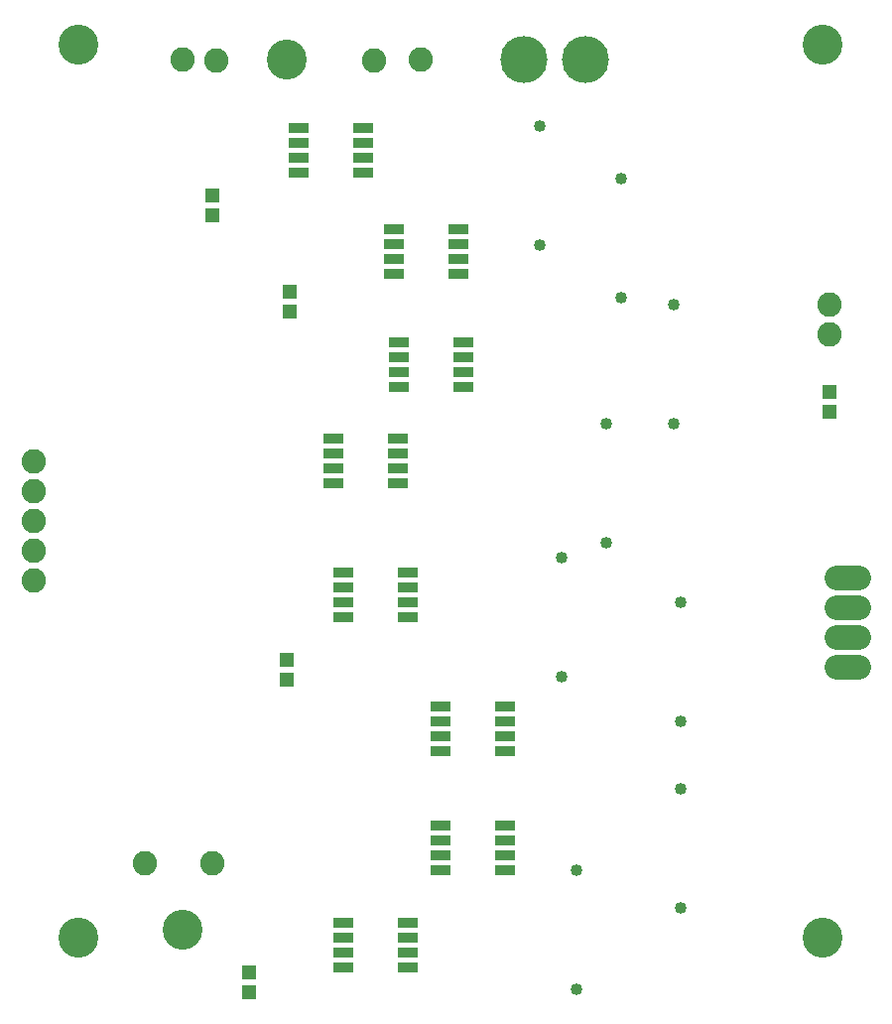
<source format=gts>
G75*
%MOIN*%
%OFA0B0*%
%FSLAX24Y24*%
%IPPOS*%
%LPD*%
%AMOC8*
5,1,8,0,0,1.08239X$1,22.5*
%
%ADD10C,0.1340*%
%ADD11R,0.0680X0.0320*%
%ADD12C,0.0820*%
%ADD13R,0.0474X0.0513*%
%ADD14C,0.0820*%
%ADD15C,0.1580*%
%ADD16C,0.0400*%
D10*
X005900Y004900D03*
X009400Y005150D03*
X030900Y004900D03*
X012900Y034400D03*
X005900Y034900D03*
X030900Y034900D03*
D11*
X018830Y024900D03*
X018830Y024400D03*
X018830Y023900D03*
X018830Y023400D03*
X016670Y023400D03*
X016670Y023900D03*
X016670Y024400D03*
X016670Y024900D03*
X016520Y027200D03*
X016520Y027700D03*
X016520Y028200D03*
X016520Y028700D03*
X015480Y030600D03*
X015480Y031100D03*
X015480Y031600D03*
X015480Y032100D03*
X013320Y032100D03*
X013320Y031600D03*
X013320Y031100D03*
X013320Y030600D03*
X018680Y028700D03*
X018680Y028200D03*
X018680Y027700D03*
X018680Y027200D03*
X016630Y021650D03*
X016630Y021150D03*
X016630Y020650D03*
X016630Y020150D03*
X014470Y020150D03*
X014470Y020650D03*
X014470Y021150D03*
X014470Y021650D03*
X014820Y017150D03*
X014820Y016650D03*
X014820Y016150D03*
X014820Y015650D03*
X016980Y015650D03*
X016980Y016150D03*
X016980Y016650D03*
X016980Y017150D03*
X018070Y012650D03*
X018070Y012150D03*
X018070Y011650D03*
X018070Y011150D03*
X018070Y008650D03*
X018070Y008150D03*
X018070Y007650D03*
X018070Y007150D03*
X016980Y005400D03*
X016980Y004900D03*
X016980Y004400D03*
X016980Y003900D03*
X014820Y003900D03*
X014820Y004400D03*
X014820Y004900D03*
X014820Y005400D03*
X020230Y007150D03*
X020230Y007650D03*
X020230Y008150D03*
X020230Y008650D03*
X020230Y011150D03*
X020230Y011650D03*
X020230Y012150D03*
X020230Y012650D03*
D12*
X031380Y014000D02*
X032120Y014000D01*
X032120Y015000D02*
X031380Y015000D01*
X031380Y016000D02*
X032120Y016000D01*
X032120Y017000D02*
X031380Y017000D01*
D13*
X031150Y022565D03*
X031150Y023235D03*
X013000Y025915D03*
X013000Y026585D03*
X010400Y029165D03*
X010400Y029835D03*
X012900Y014235D03*
X012900Y013565D03*
X011650Y003735D03*
X011650Y003065D03*
D14*
X010400Y007400D03*
X008150Y007400D03*
X004400Y016900D03*
X004400Y017900D03*
X004400Y018900D03*
X004400Y019900D03*
X004400Y020900D03*
X009400Y034400D03*
X010550Y034350D03*
X015850Y034350D03*
X017400Y034400D03*
X031150Y026150D03*
X031150Y025150D03*
D15*
X022940Y034400D03*
X020860Y034400D03*
D16*
X021400Y032150D03*
X024150Y030400D03*
X021400Y028150D03*
X024150Y026400D03*
X025900Y026150D03*
X025900Y022150D03*
X023650Y022150D03*
X023650Y018150D03*
X022150Y017650D03*
X022150Y013650D03*
X026150Y012150D03*
X026150Y009900D03*
X026150Y005900D03*
X022650Y007150D03*
X022650Y003150D03*
X026150Y016150D03*
M02*

</source>
